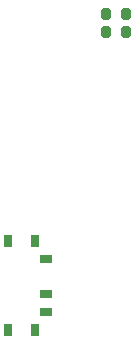
<source format=gbr>
%TF.GenerationSoftware,KiCad,Pcbnew,(6.0.0)*%
%TF.CreationDate,2022-06-06T22:52:27+03:00*%
%TF.ProjectId,link,6c696e6b-2e6b-4696-9361-645f70636258,rev?*%
%TF.SameCoordinates,Original*%
%TF.FileFunction,Paste,Top*%
%TF.FilePolarity,Positive*%
%FSLAX46Y46*%
G04 Gerber Fmt 4.6, Leading zero omitted, Abs format (unit mm)*
G04 Created by KiCad (PCBNEW (6.0.0)) date 2022-06-06 22:52:27*
%MOMM*%
%LPD*%
G01*
G04 APERTURE LIST*
G04 Aperture macros list*
%AMRoundRect*
0 Rectangle with rounded corners*
0 $1 Rounding radius*
0 $2 $3 $4 $5 $6 $7 $8 $9 X,Y pos of 4 corners*
0 Add a 4 corners polygon primitive as box body*
4,1,4,$2,$3,$4,$5,$6,$7,$8,$9,$2,$3,0*
0 Add four circle primitives for the rounded corners*
1,1,$1+$1,$2,$3*
1,1,$1+$1,$4,$5*
1,1,$1+$1,$6,$7*
1,1,$1+$1,$8,$9*
0 Add four rect primitives between the rounded corners*
20,1,$1+$1,$2,$3,$4,$5,0*
20,1,$1+$1,$4,$5,$6,$7,0*
20,1,$1+$1,$6,$7,$8,$9,0*
20,1,$1+$1,$8,$9,$2,$3,0*%
G04 Aperture macros list end*
%ADD10RoundRect,0.200000X-0.200000X-0.275000X0.200000X-0.275000X0.200000X0.275000X-0.200000X0.275000X0*%
%ADD11R,1.000000X0.700000*%
%ADD12R,0.800000X1.000000*%
G04 APERTURE END LIST*
D10*
%TO.C,R1*%
X111675000Y-51000000D03*
X113325000Y-51000000D03*
%TD*%
%TO.C,R2*%
X111675000Y-52500000D03*
X113325000Y-52500000D03*
%TD*%
D11*
%TO.C,S1*%
X106550000Y-71750000D03*
X106550000Y-74750000D03*
X106550000Y-76250000D03*
D12*
X105650000Y-70250000D03*
X105650000Y-77750000D03*
X103350000Y-77750000D03*
X103350000Y-70250000D03*
%TD*%
M02*

</source>
